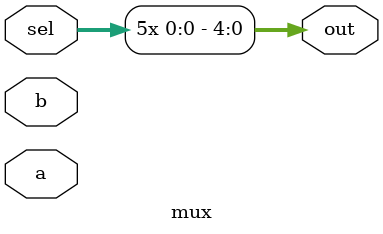
<source format=v>
module mux( 
input [4:0] a, b,
input sel,
output [4:0] out );
// When sel=0, assign a to out. 
// When sel=1, assign b to out.
assign out[4] = sel;
assign out[3] = sel;
assign out[2] = sel;
assign out[1] = sel;
assign out[0] = sel;
endmodule

</source>
